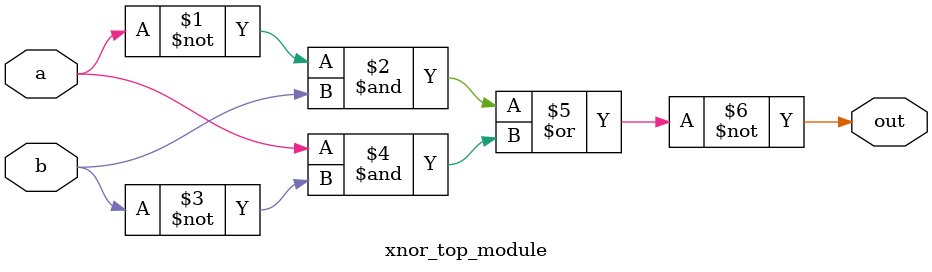
<source format=v>
module xnor_top_module( 
    input a, 
    input b, 
    output out );
   // xnor(out,a,b);
    assign out=~(~a&b|a&~b);
endmodule

</source>
